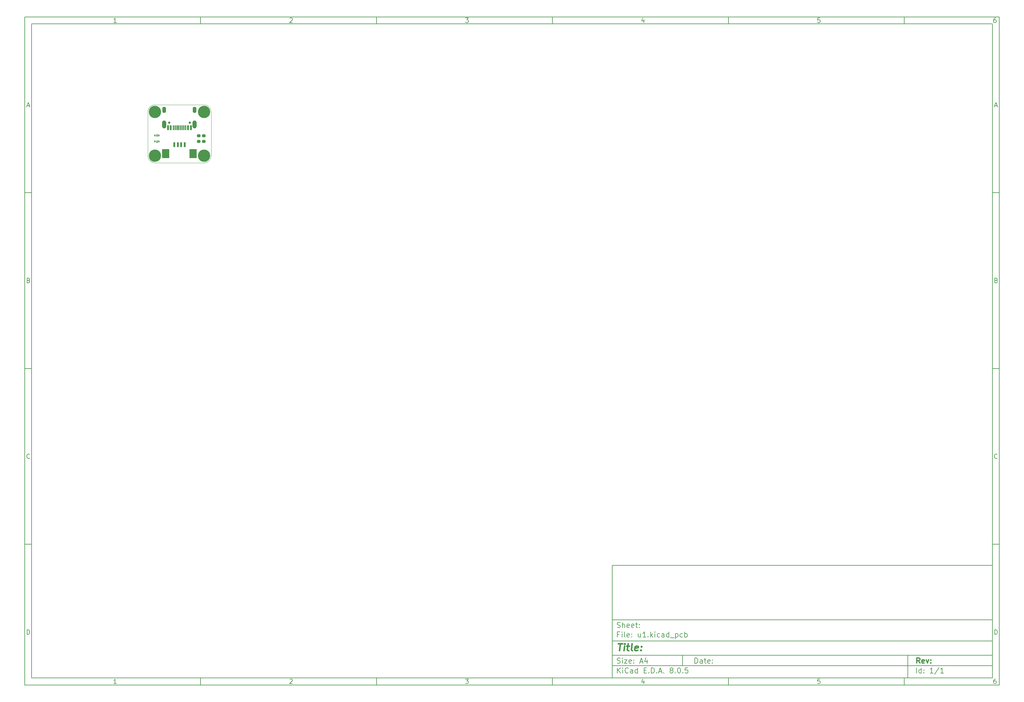
<source format=gts>
%TF.GenerationSoftware,KiCad,Pcbnew,8.0.5*%
%TF.CreationDate,2024-11-25T09:27:34+08:00*%
%TF.ProjectId,u1,75312e6b-6963-4616-945f-706362585858,rev?*%
%TF.SameCoordinates,PX2aea540PY2160ec0*%
%TF.FileFunction,Soldermask,Top*%
%TF.FilePolarity,Negative*%
%FSLAX46Y46*%
G04 Gerber Fmt 4.6, Leading zero omitted, Abs format (unit mm)*
G04 Created by KiCad (PCBNEW 8.0.5) date 2024-11-25 09:27:34*
%MOMM*%
%LPD*%
G01*
G04 APERTURE LIST*
G04 Aperture macros list*
%AMRoundRect*
0 Rectangle with rounded corners*
0 $1 Rounding radius*
0 $2 $3 $4 $5 $6 $7 $8 $9 X,Y pos of 4 corners*
0 Add a 4 corners polygon primitive as box body*
4,1,4,$2,$3,$4,$5,$6,$7,$8,$9,$2,$3,0*
0 Add four circle primitives for the rounded corners*
1,1,$1+$1,$2,$3*
1,1,$1+$1,$4,$5*
1,1,$1+$1,$6,$7*
1,1,$1+$1,$8,$9*
0 Add four rect primitives between the rounded corners*
20,1,$1+$1,$2,$3,$4,$5,0*
20,1,$1+$1,$4,$5,$6,$7,0*
20,1,$1+$1,$6,$7,$8,$9,0*
20,1,$1+$1,$8,$9,$2,$3,0*%
G04 Aperture macros list end*
%ADD10C,0.100000*%
%ADD11C,0.150000*%
%ADD12C,0.300000*%
%ADD13C,0.400000*%
%ADD14C,3.500000*%
%ADD15C,0.650000*%
%ADD16R,0.600000X1.450000*%
%ADD17R,0.300000X1.450000*%
%ADD18O,1.200000X2.300000*%
%ADD19O,1.100000X1.800000*%
%ADD20RoundRect,0.200000X0.275000X-0.200000X0.275000X0.200000X-0.275000X0.200000X-0.275000X-0.200000X0*%
%ADD21RoundRect,0.200000X-0.275000X0.200000X-0.275000X-0.200000X0.275000X-0.200000X0.275000X0.200000X0*%
%ADD22R,0.375000X0.500000*%
%ADD23R,0.300000X0.650000*%
%ADD24R,2.000000X2.500000*%
%ADD25R,0.500000X1.400000*%
%TA.AperFunction,Profile*%
%ADD26C,0.050000*%
%TD*%
G04 APERTURE END LIST*
D10*
D11*
X132002200Y-131007200D02*
X240002200Y-131007200D01*
X240002200Y-163007200D01*
X132002200Y-163007200D01*
X132002200Y-131007200D01*
D10*
D11*
X-35000000Y25000000D02*
X242002200Y25000000D01*
X242002200Y-165007200D01*
X-35000000Y-165007200D01*
X-35000000Y25000000D01*
D10*
D11*
X-33000000Y23000000D02*
X240002200Y23000000D01*
X240002200Y-163007200D01*
X-33000000Y-163007200D01*
X-33000000Y23000000D01*
D10*
D11*
X15000000Y23000000D02*
X15000000Y25000000D01*
D10*
D11*
X65000000Y23000000D02*
X65000000Y25000000D01*
D10*
D11*
X115000000Y23000000D02*
X115000000Y25000000D01*
D10*
D11*
X165000000Y23000000D02*
X165000000Y25000000D01*
D10*
D11*
X215000000Y23000000D02*
X215000000Y25000000D01*
D10*
D11*
X-8910840Y23406396D02*
X-9653697Y23406396D01*
X-9282269Y23406396D02*
X-9282269Y24706396D01*
X-9282269Y24706396D02*
X-9406078Y24520681D01*
X-9406078Y24520681D02*
X-9529888Y24396872D01*
X-9529888Y24396872D02*
X-9653697Y24334967D01*
D10*
D11*
X40346303Y24582586D02*
X40408207Y24644491D01*
X40408207Y24644491D02*
X40532017Y24706396D01*
X40532017Y24706396D02*
X40841541Y24706396D01*
X40841541Y24706396D02*
X40965350Y24644491D01*
X40965350Y24644491D02*
X41027255Y24582586D01*
X41027255Y24582586D02*
X41089160Y24458777D01*
X41089160Y24458777D02*
X41089160Y24334967D01*
X41089160Y24334967D02*
X41027255Y24149253D01*
X41027255Y24149253D02*
X40284398Y23406396D01*
X40284398Y23406396D02*
X41089160Y23406396D01*
D10*
D11*
X90284398Y24706396D02*
X91089160Y24706396D01*
X91089160Y24706396D02*
X90655826Y24211158D01*
X90655826Y24211158D02*
X90841541Y24211158D01*
X90841541Y24211158D02*
X90965350Y24149253D01*
X90965350Y24149253D02*
X91027255Y24087348D01*
X91027255Y24087348D02*
X91089160Y23963539D01*
X91089160Y23963539D02*
X91089160Y23654015D01*
X91089160Y23654015D02*
X91027255Y23530205D01*
X91027255Y23530205D02*
X90965350Y23468300D01*
X90965350Y23468300D02*
X90841541Y23406396D01*
X90841541Y23406396D02*
X90470112Y23406396D01*
X90470112Y23406396D02*
X90346303Y23468300D01*
X90346303Y23468300D02*
X90284398Y23530205D01*
D10*
D11*
X140965350Y24273062D02*
X140965350Y23406396D01*
X140655826Y24768300D02*
X140346303Y23839729D01*
X140346303Y23839729D02*
X141151064Y23839729D01*
D10*
D11*
X191027255Y24706396D02*
X190408207Y24706396D01*
X190408207Y24706396D02*
X190346303Y24087348D01*
X190346303Y24087348D02*
X190408207Y24149253D01*
X190408207Y24149253D02*
X190532017Y24211158D01*
X190532017Y24211158D02*
X190841541Y24211158D01*
X190841541Y24211158D02*
X190965350Y24149253D01*
X190965350Y24149253D02*
X191027255Y24087348D01*
X191027255Y24087348D02*
X191089160Y23963539D01*
X191089160Y23963539D02*
X191089160Y23654015D01*
X191089160Y23654015D02*
X191027255Y23530205D01*
X191027255Y23530205D02*
X190965350Y23468300D01*
X190965350Y23468300D02*
X190841541Y23406396D01*
X190841541Y23406396D02*
X190532017Y23406396D01*
X190532017Y23406396D02*
X190408207Y23468300D01*
X190408207Y23468300D02*
X190346303Y23530205D01*
D10*
D11*
X240965350Y24706396D02*
X240717731Y24706396D01*
X240717731Y24706396D02*
X240593922Y24644491D01*
X240593922Y24644491D02*
X240532017Y24582586D01*
X240532017Y24582586D02*
X240408207Y24396872D01*
X240408207Y24396872D02*
X240346303Y24149253D01*
X240346303Y24149253D02*
X240346303Y23654015D01*
X240346303Y23654015D02*
X240408207Y23530205D01*
X240408207Y23530205D02*
X240470112Y23468300D01*
X240470112Y23468300D02*
X240593922Y23406396D01*
X240593922Y23406396D02*
X240841541Y23406396D01*
X240841541Y23406396D02*
X240965350Y23468300D01*
X240965350Y23468300D02*
X241027255Y23530205D01*
X241027255Y23530205D02*
X241089160Y23654015D01*
X241089160Y23654015D02*
X241089160Y23963539D01*
X241089160Y23963539D02*
X241027255Y24087348D01*
X241027255Y24087348D02*
X240965350Y24149253D01*
X240965350Y24149253D02*
X240841541Y24211158D01*
X240841541Y24211158D02*
X240593922Y24211158D01*
X240593922Y24211158D02*
X240470112Y24149253D01*
X240470112Y24149253D02*
X240408207Y24087348D01*
X240408207Y24087348D02*
X240346303Y23963539D01*
D10*
D11*
X15000000Y-163007200D02*
X15000000Y-165007200D01*
D10*
D11*
X65000000Y-163007200D02*
X65000000Y-165007200D01*
D10*
D11*
X115000000Y-163007200D02*
X115000000Y-165007200D01*
D10*
D11*
X165000000Y-163007200D02*
X165000000Y-165007200D01*
D10*
D11*
X215000000Y-163007200D02*
X215000000Y-165007200D01*
D10*
D11*
X-8910840Y-164600804D02*
X-9653697Y-164600804D01*
X-9282269Y-164600804D02*
X-9282269Y-163300804D01*
X-9282269Y-163300804D02*
X-9406078Y-163486519D01*
X-9406078Y-163486519D02*
X-9529888Y-163610328D01*
X-9529888Y-163610328D02*
X-9653697Y-163672233D01*
D10*
D11*
X40346303Y-163424614D02*
X40408207Y-163362709D01*
X40408207Y-163362709D02*
X40532017Y-163300804D01*
X40532017Y-163300804D02*
X40841541Y-163300804D01*
X40841541Y-163300804D02*
X40965350Y-163362709D01*
X40965350Y-163362709D02*
X41027255Y-163424614D01*
X41027255Y-163424614D02*
X41089160Y-163548423D01*
X41089160Y-163548423D02*
X41089160Y-163672233D01*
X41089160Y-163672233D02*
X41027255Y-163857947D01*
X41027255Y-163857947D02*
X40284398Y-164600804D01*
X40284398Y-164600804D02*
X41089160Y-164600804D01*
D10*
D11*
X90284398Y-163300804D02*
X91089160Y-163300804D01*
X91089160Y-163300804D02*
X90655826Y-163796042D01*
X90655826Y-163796042D02*
X90841541Y-163796042D01*
X90841541Y-163796042D02*
X90965350Y-163857947D01*
X90965350Y-163857947D02*
X91027255Y-163919852D01*
X91027255Y-163919852D02*
X91089160Y-164043661D01*
X91089160Y-164043661D02*
X91089160Y-164353185D01*
X91089160Y-164353185D02*
X91027255Y-164476995D01*
X91027255Y-164476995D02*
X90965350Y-164538900D01*
X90965350Y-164538900D02*
X90841541Y-164600804D01*
X90841541Y-164600804D02*
X90470112Y-164600804D01*
X90470112Y-164600804D02*
X90346303Y-164538900D01*
X90346303Y-164538900D02*
X90284398Y-164476995D01*
D10*
D11*
X140965350Y-163734138D02*
X140965350Y-164600804D01*
X140655826Y-163238900D02*
X140346303Y-164167471D01*
X140346303Y-164167471D02*
X141151064Y-164167471D01*
D10*
D11*
X191027255Y-163300804D02*
X190408207Y-163300804D01*
X190408207Y-163300804D02*
X190346303Y-163919852D01*
X190346303Y-163919852D02*
X190408207Y-163857947D01*
X190408207Y-163857947D02*
X190532017Y-163796042D01*
X190532017Y-163796042D02*
X190841541Y-163796042D01*
X190841541Y-163796042D02*
X190965350Y-163857947D01*
X190965350Y-163857947D02*
X191027255Y-163919852D01*
X191027255Y-163919852D02*
X191089160Y-164043661D01*
X191089160Y-164043661D02*
X191089160Y-164353185D01*
X191089160Y-164353185D02*
X191027255Y-164476995D01*
X191027255Y-164476995D02*
X190965350Y-164538900D01*
X190965350Y-164538900D02*
X190841541Y-164600804D01*
X190841541Y-164600804D02*
X190532017Y-164600804D01*
X190532017Y-164600804D02*
X190408207Y-164538900D01*
X190408207Y-164538900D02*
X190346303Y-164476995D01*
D10*
D11*
X240965350Y-163300804D02*
X240717731Y-163300804D01*
X240717731Y-163300804D02*
X240593922Y-163362709D01*
X240593922Y-163362709D02*
X240532017Y-163424614D01*
X240532017Y-163424614D02*
X240408207Y-163610328D01*
X240408207Y-163610328D02*
X240346303Y-163857947D01*
X240346303Y-163857947D02*
X240346303Y-164353185D01*
X240346303Y-164353185D02*
X240408207Y-164476995D01*
X240408207Y-164476995D02*
X240470112Y-164538900D01*
X240470112Y-164538900D02*
X240593922Y-164600804D01*
X240593922Y-164600804D02*
X240841541Y-164600804D01*
X240841541Y-164600804D02*
X240965350Y-164538900D01*
X240965350Y-164538900D02*
X241027255Y-164476995D01*
X241027255Y-164476995D02*
X241089160Y-164353185D01*
X241089160Y-164353185D02*
X241089160Y-164043661D01*
X241089160Y-164043661D02*
X241027255Y-163919852D01*
X241027255Y-163919852D02*
X240965350Y-163857947D01*
X240965350Y-163857947D02*
X240841541Y-163796042D01*
X240841541Y-163796042D02*
X240593922Y-163796042D01*
X240593922Y-163796042D02*
X240470112Y-163857947D01*
X240470112Y-163857947D02*
X240408207Y-163919852D01*
X240408207Y-163919852D02*
X240346303Y-164043661D01*
D10*
D11*
X-35000000Y-25000000D02*
X-33000000Y-25000000D01*
D10*
D11*
X-35000000Y-75000000D02*
X-33000000Y-75000000D01*
D10*
D11*
X-35000000Y-125000000D02*
X-33000000Y-125000000D01*
D10*
D11*
X-34309524Y-222176D02*
X-33690477Y-222176D01*
X-34433334Y-593604D02*
X-34000001Y706396D01*
X-34000001Y706396D02*
X-33566667Y-593604D01*
D10*
D11*
X-33907143Y-49912652D02*
X-33721429Y-49974557D01*
X-33721429Y-49974557D02*
X-33659524Y-50036461D01*
X-33659524Y-50036461D02*
X-33597620Y-50160271D01*
X-33597620Y-50160271D02*
X-33597620Y-50345985D01*
X-33597620Y-50345985D02*
X-33659524Y-50469795D01*
X-33659524Y-50469795D02*
X-33721429Y-50531700D01*
X-33721429Y-50531700D02*
X-33845239Y-50593604D01*
X-33845239Y-50593604D02*
X-34340477Y-50593604D01*
X-34340477Y-50593604D02*
X-34340477Y-49293604D01*
X-34340477Y-49293604D02*
X-33907143Y-49293604D01*
X-33907143Y-49293604D02*
X-33783334Y-49355509D01*
X-33783334Y-49355509D02*
X-33721429Y-49417414D01*
X-33721429Y-49417414D02*
X-33659524Y-49541223D01*
X-33659524Y-49541223D02*
X-33659524Y-49665033D01*
X-33659524Y-49665033D02*
X-33721429Y-49788842D01*
X-33721429Y-49788842D02*
X-33783334Y-49850747D01*
X-33783334Y-49850747D02*
X-33907143Y-49912652D01*
X-33907143Y-49912652D02*
X-34340477Y-49912652D01*
D10*
D11*
X-33597620Y-100469795D02*
X-33659524Y-100531700D01*
X-33659524Y-100531700D02*
X-33845239Y-100593604D01*
X-33845239Y-100593604D02*
X-33969048Y-100593604D01*
X-33969048Y-100593604D02*
X-34154762Y-100531700D01*
X-34154762Y-100531700D02*
X-34278572Y-100407890D01*
X-34278572Y-100407890D02*
X-34340477Y-100284080D01*
X-34340477Y-100284080D02*
X-34402381Y-100036461D01*
X-34402381Y-100036461D02*
X-34402381Y-99850747D01*
X-34402381Y-99850747D02*
X-34340477Y-99603128D01*
X-34340477Y-99603128D02*
X-34278572Y-99479319D01*
X-34278572Y-99479319D02*
X-34154762Y-99355509D01*
X-34154762Y-99355509D02*
X-33969048Y-99293604D01*
X-33969048Y-99293604D02*
X-33845239Y-99293604D01*
X-33845239Y-99293604D02*
X-33659524Y-99355509D01*
X-33659524Y-99355509D02*
X-33597620Y-99417414D01*
D10*
D11*
X-34340477Y-150593604D02*
X-34340477Y-149293604D01*
X-34340477Y-149293604D02*
X-34030953Y-149293604D01*
X-34030953Y-149293604D02*
X-33845239Y-149355509D01*
X-33845239Y-149355509D02*
X-33721429Y-149479319D01*
X-33721429Y-149479319D02*
X-33659524Y-149603128D01*
X-33659524Y-149603128D02*
X-33597620Y-149850747D01*
X-33597620Y-149850747D02*
X-33597620Y-150036461D01*
X-33597620Y-150036461D02*
X-33659524Y-150284080D01*
X-33659524Y-150284080D02*
X-33721429Y-150407890D01*
X-33721429Y-150407890D02*
X-33845239Y-150531700D01*
X-33845239Y-150531700D02*
X-34030953Y-150593604D01*
X-34030953Y-150593604D02*
X-34340477Y-150593604D01*
D10*
D11*
X242002200Y-25000000D02*
X240002200Y-25000000D01*
D10*
D11*
X242002200Y-75000000D02*
X240002200Y-75000000D01*
D10*
D11*
X242002200Y-125000000D02*
X240002200Y-125000000D01*
D10*
D11*
X240692676Y-222176D02*
X241311723Y-222176D01*
X240568866Y-593604D02*
X241002199Y706396D01*
X241002199Y706396D02*
X241435533Y-593604D01*
D10*
D11*
X241095057Y-49912652D02*
X241280771Y-49974557D01*
X241280771Y-49974557D02*
X241342676Y-50036461D01*
X241342676Y-50036461D02*
X241404580Y-50160271D01*
X241404580Y-50160271D02*
X241404580Y-50345985D01*
X241404580Y-50345985D02*
X241342676Y-50469795D01*
X241342676Y-50469795D02*
X241280771Y-50531700D01*
X241280771Y-50531700D02*
X241156961Y-50593604D01*
X241156961Y-50593604D02*
X240661723Y-50593604D01*
X240661723Y-50593604D02*
X240661723Y-49293604D01*
X240661723Y-49293604D02*
X241095057Y-49293604D01*
X241095057Y-49293604D02*
X241218866Y-49355509D01*
X241218866Y-49355509D02*
X241280771Y-49417414D01*
X241280771Y-49417414D02*
X241342676Y-49541223D01*
X241342676Y-49541223D02*
X241342676Y-49665033D01*
X241342676Y-49665033D02*
X241280771Y-49788842D01*
X241280771Y-49788842D02*
X241218866Y-49850747D01*
X241218866Y-49850747D02*
X241095057Y-49912652D01*
X241095057Y-49912652D02*
X240661723Y-49912652D01*
D10*
D11*
X241404580Y-100469795D02*
X241342676Y-100531700D01*
X241342676Y-100531700D02*
X241156961Y-100593604D01*
X241156961Y-100593604D02*
X241033152Y-100593604D01*
X241033152Y-100593604D02*
X240847438Y-100531700D01*
X240847438Y-100531700D02*
X240723628Y-100407890D01*
X240723628Y-100407890D02*
X240661723Y-100284080D01*
X240661723Y-100284080D02*
X240599819Y-100036461D01*
X240599819Y-100036461D02*
X240599819Y-99850747D01*
X240599819Y-99850747D02*
X240661723Y-99603128D01*
X240661723Y-99603128D02*
X240723628Y-99479319D01*
X240723628Y-99479319D02*
X240847438Y-99355509D01*
X240847438Y-99355509D02*
X241033152Y-99293604D01*
X241033152Y-99293604D02*
X241156961Y-99293604D01*
X241156961Y-99293604D02*
X241342676Y-99355509D01*
X241342676Y-99355509D02*
X241404580Y-99417414D01*
D10*
D11*
X240661723Y-150593604D02*
X240661723Y-149293604D01*
X240661723Y-149293604D02*
X240971247Y-149293604D01*
X240971247Y-149293604D02*
X241156961Y-149355509D01*
X241156961Y-149355509D02*
X241280771Y-149479319D01*
X241280771Y-149479319D02*
X241342676Y-149603128D01*
X241342676Y-149603128D02*
X241404580Y-149850747D01*
X241404580Y-149850747D02*
X241404580Y-150036461D01*
X241404580Y-150036461D02*
X241342676Y-150284080D01*
X241342676Y-150284080D02*
X241280771Y-150407890D01*
X241280771Y-150407890D02*
X241156961Y-150531700D01*
X241156961Y-150531700D02*
X240971247Y-150593604D01*
X240971247Y-150593604D02*
X240661723Y-150593604D01*
D10*
D11*
X155458026Y-158793328D02*
X155458026Y-157293328D01*
X155458026Y-157293328D02*
X155815169Y-157293328D01*
X155815169Y-157293328D02*
X156029455Y-157364757D01*
X156029455Y-157364757D02*
X156172312Y-157507614D01*
X156172312Y-157507614D02*
X156243741Y-157650471D01*
X156243741Y-157650471D02*
X156315169Y-157936185D01*
X156315169Y-157936185D02*
X156315169Y-158150471D01*
X156315169Y-158150471D02*
X156243741Y-158436185D01*
X156243741Y-158436185D02*
X156172312Y-158579042D01*
X156172312Y-158579042D02*
X156029455Y-158721900D01*
X156029455Y-158721900D02*
X155815169Y-158793328D01*
X155815169Y-158793328D02*
X155458026Y-158793328D01*
X157600884Y-158793328D02*
X157600884Y-158007614D01*
X157600884Y-158007614D02*
X157529455Y-157864757D01*
X157529455Y-157864757D02*
X157386598Y-157793328D01*
X157386598Y-157793328D02*
X157100884Y-157793328D01*
X157100884Y-157793328D02*
X156958026Y-157864757D01*
X157600884Y-158721900D02*
X157458026Y-158793328D01*
X157458026Y-158793328D02*
X157100884Y-158793328D01*
X157100884Y-158793328D02*
X156958026Y-158721900D01*
X156958026Y-158721900D02*
X156886598Y-158579042D01*
X156886598Y-158579042D02*
X156886598Y-158436185D01*
X156886598Y-158436185D02*
X156958026Y-158293328D01*
X156958026Y-158293328D02*
X157100884Y-158221900D01*
X157100884Y-158221900D02*
X157458026Y-158221900D01*
X157458026Y-158221900D02*
X157600884Y-158150471D01*
X158100884Y-157793328D02*
X158672312Y-157793328D01*
X158315169Y-157293328D02*
X158315169Y-158579042D01*
X158315169Y-158579042D02*
X158386598Y-158721900D01*
X158386598Y-158721900D02*
X158529455Y-158793328D01*
X158529455Y-158793328D02*
X158672312Y-158793328D01*
X159743741Y-158721900D02*
X159600884Y-158793328D01*
X159600884Y-158793328D02*
X159315170Y-158793328D01*
X159315170Y-158793328D02*
X159172312Y-158721900D01*
X159172312Y-158721900D02*
X159100884Y-158579042D01*
X159100884Y-158579042D02*
X159100884Y-158007614D01*
X159100884Y-158007614D02*
X159172312Y-157864757D01*
X159172312Y-157864757D02*
X159315170Y-157793328D01*
X159315170Y-157793328D02*
X159600884Y-157793328D01*
X159600884Y-157793328D02*
X159743741Y-157864757D01*
X159743741Y-157864757D02*
X159815170Y-158007614D01*
X159815170Y-158007614D02*
X159815170Y-158150471D01*
X159815170Y-158150471D02*
X159100884Y-158293328D01*
X160458026Y-158650471D02*
X160529455Y-158721900D01*
X160529455Y-158721900D02*
X160458026Y-158793328D01*
X160458026Y-158793328D02*
X160386598Y-158721900D01*
X160386598Y-158721900D02*
X160458026Y-158650471D01*
X160458026Y-158650471D02*
X160458026Y-158793328D01*
X160458026Y-157864757D02*
X160529455Y-157936185D01*
X160529455Y-157936185D02*
X160458026Y-158007614D01*
X160458026Y-158007614D02*
X160386598Y-157936185D01*
X160386598Y-157936185D02*
X160458026Y-157864757D01*
X160458026Y-157864757D02*
X160458026Y-158007614D01*
D10*
D11*
X132002200Y-159507200D02*
X240002200Y-159507200D01*
D10*
D11*
X133458026Y-161593328D02*
X133458026Y-160093328D01*
X134315169Y-161593328D02*
X133672312Y-160736185D01*
X134315169Y-160093328D02*
X133458026Y-160950471D01*
X134958026Y-161593328D02*
X134958026Y-160593328D01*
X134958026Y-160093328D02*
X134886598Y-160164757D01*
X134886598Y-160164757D02*
X134958026Y-160236185D01*
X134958026Y-160236185D02*
X135029455Y-160164757D01*
X135029455Y-160164757D02*
X134958026Y-160093328D01*
X134958026Y-160093328D02*
X134958026Y-160236185D01*
X136529455Y-161450471D02*
X136458027Y-161521900D01*
X136458027Y-161521900D02*
X136243741Y-161593328D01*
X136243741Y-161593328D02*
X136100884Y-161593328D01*
X136100884Y-161593328D02*
X135886598Y-161521900D01*
X135886598Y-161521900D02*
X135743741Y-161379042D01*
X135743741Y-161379042D02*
X135672312Y-161236185D01*
X135672312Y-161236185D02*
X135600884Y-160950471D01*
X135600884Y-160950471D02*
X135600884Y-160736185D01*
X135600884Y-160736185D02*
X135672312Y-160450471D01*
X135672312Y-160450471D02*
X135743741Y-160307614D01*
X135743741Y-160307614D02*
X135886598Y-160164757D01*
X135886598Y-160164757D02*
X136100884Y-160093328D01*
X136100884Y-160093328D02*
X136243741Y-160093328D01*
X136243741Y-160093328D02*
X136458027Y-160164757D01*
X136458027Y-160164757D02*
X136529455Y-160236185D01*
X137815170Y-161593328D02*
X137815170Y-160807614D01*
X137815170Y-160807614D02*
X137743741Y-160664757D01*
X137743741Y-160664757D02*
X137600884Y-160593328D01*
X137600884Y-160593328D02*
X137315170Y-160593328D01*
X137315170Y-160593328D02*
X137172312Y-160664757D01*
X137815170Y-161521900D02*
X137672312Y-161593328D01*
X137672312Y-161593328D02*
X137315170Y-161593328D01*
X137315170Y-161593328D02*
X137172312Y-161521900D01*
X137172312Y-161521900D02*
X137100884Y-161379042D01*
X137100884Y-161379042D02*
X137100884Y-161236185D01*
X137100884Y-161236185D02*
X137172312Y-161093328D01*
X137172312Y-161093328D02*
X137315170Y-161021900D01*
X137315170Y-161021900D02*
X137672312Y-161021900D01*
X137672312Y-161021900D02*
X137815170Y-160950471D01*
X139172313Y-161593328D02*
X139172313Y-160093328D01*
X139172313Y-161521900D02*
X139029455Y-161593328D01*
X139029455Y-161593328D02*
X138743741Y-161593328D01*
X138743741Y-161593328D02*
X138600884Y-161521900D01*
X138600884Y-161521900D02*
X138529455Y-161450471D01*
X138529455Y-161450471D02*
X138458027Y-161307614D01*
X138458027Y-161307614D02*
X138458027Y-160879042D01*
X138458027Y-160879042D02*
X138529455Y-160736185D01*
X138529455Y-160736185D02*
X138600884Y-160664757D01*
X138600884Y-160664757D02*
X138743741Y-160593328D01*
X138743741Y-160593328D02*
X139029455Y-160593328D01*
X139029455Y-160593328D02*
X139172313Y-160664757D01*
X141029455Y-160807614D02*
X141529455Y-160807614D01*
X141743741Y-161593328D02*
X141029455Y-161593328D01*
X141029455Y-161593328D02*
X141029455Y-160093328D01*
X141029455Y-160093328D02*
X141743741Y-160093328D01*
X142386598Y-161450471D02*
X142458027Y-161521900D01*
X142458027Y-161521900D02*
X142386598Y-161593328D01*
X142386598Y-161593328D02*
X142315170Y-161521900D01*
X142315170Y-161521900D02*
X142386598Y-161450471D01*
X142386598Y-161450471D02*
X142386598Y-161593328D01*
X143100884Y-161593328D02*
X143100884Y-160093328D01*
X143100884Y-160093328D02*
X143458027Y-160093328D01*
X143458027Y-160093328D02*
X143672313Y-160164757D01*
X143672313Y-160164757D02*
X143815170Y-160307614D01*
X143815170Y-160307614D02*
X143886599Y-160450471D01*
X143886599Y-160450471D02*
X143958027Y-160736185D01*
X143958027Y-160736185D02*
X143958027Y-160950471D01*
X143958027Y-160950471D02*
X143886599Y-161236185D01*
X143886599Y-161236185D02*
X143815170Y-161379042D01*
X143815170Y-161379042D02*
X143672313Y-161521900D01*
X143672313Y-161521900D02*
X143458027Y-161593328D01*
X143458027Y-161593328D02*
X143100884Y-161593328D01*
X144600884Y-161450471D02*
X144672313Y-161521900D01*
X144672313Y-161521900D02*
X144600884Y-161593328D01*
X144600884Y-161593328D02*
X144529456Y-161521900D01*
X144529456Y-161521900D02*
X144600884Y-161450471D01*
X144600884Y-161450471D02*
X144600884Y-161593328D01*
X145243742Y-161164757D02*
X145958028Y-161164757D01*
X145100885Y-161593328D02*
X145600885Y-160093328D01*
X145600885Y-160093328D02*
X146100885Y-161593328D01*
X146600884Y-161450471D02*
X146672313Y-161521900D01*
X146672313Y-161521900D02*
X146600884Y-161593328D01*
X146600884Y-161593328D02*
X146529456Y-161521900D01*
X146529456Y-161521900D02*
X146600884Y-161450471D01*
X146600884Y-161450471D02*
X146600884Y-161593328D01*
X148672313Y-160736185D02*
X148529456Y-160664757D01*
X148529456Y-160664757D02*
X148458027Y-160593328D01*
X148458027Y-160593328D02*
X148386599Y-160450471D01*
X148386599Y-160450471D02*
X148386599Y-160379042D01*
X148386599Y-160379042D02*
X148458027Y-160236185D01*
X148458027Y-160236185D02*
X148529456Y-160164757D01*
X148529456Y-160164757D02*
X148672313Y-160093328D01*
X148672313Y-160093328D02*
X148958027Y-160093328D01*
X148958027Y-160093328D02*
X149100885Y-160164757D01*
X149100885Y-160164757D02*
X149172313Y-160236185D01*
X149172313Y-160236185D02*
X149243742Y-160379042D01*
X149243742Y-160379042D02*
X149243742Y-160450471D01*
X149243742Y-160450471D02*
X149172313Y-160593328D01*
X149172313Y-160593328D02*
X149100885Y-160664757D01*
X149100885Y-160664757D02*
X148958027Y-160736185D01*
X148958027Y-160736185D02*
X148672313Y-160736185D01*
X148672313Y-160736185D02*
X148529456Y-160807614D01*
X148529456Y-160807614D02*
X148458027Y-160879042D01*
X148458027Y-160879042D02*
X148386599Y-161021900D01*
X148386599Y-161021900D02*
X148386599Y-161307614D01*
X148386599Y-161307614D02*
X148458027Y-161450471D01*
X148458027Y-161450471D02*
X148529456Y-161521900D01*
X148529456Y-161521900D02*
X148672313Y-161593328D01*
X148672313Y-161593328D02*
X148958027Y-161593328D01*
X148958027Y-161593328D02*
X149100885Y-161521900D01*
X149100885Y-161521900D02*
X149172313Y-161450471D01*
X149172313Y-161450471D02*
X149243742Y-161307614D01*
X149243742Y-161307614D02*
X149243742Y-161021900D01*
X149243742Y-161021900D02*
X149172313Y-160879042D01*
X149172313Y-160879042D02*
X149100885Y-160807614D01*
X149100885Y-160807614D02*
X148958027Y-160736185D01*
X149886598Y-161450471D02*
X149958027Y-161521900D01*
X149958027Y-161521900D02*
X149886598Y-161593328D01*
X149886598Y-161593328D02*
X149815170Y-161521900D01*
X149815170Y-161521900D02*
X149886598Y-161450471D01*
X149886598Y-161450471D02*
X149886598Y-161593328D01*
X150886599Y-160093328D02*
X151029456Y-160093328D01*
X151029456Y-160093328D02*
X151172313Y-160164757D01*
X151172313Y-160164757D02*
X151243742Y-160236185D01*
X151243742Y-160236185D02*
X151315170Y-160379042D01*
X151315170Y-160379042D02*
X151386599Y-160664757D01*
X151386599Y-160664757D02*
X151386599Y-161021900D01*
X151386599Y-161021900D02*
X151315170Y-161307614D01*
X151315170Y-161307614D02*
X151243742Y-161450471D01*
X151243742Y-161450471D02*
X151172313Y-161521900D01*
X151172313Y-161521900D02*
X151029456Y-161593328D01*
X151029456Y-161593328D02*
X150886599Y-161593328D01*
X150886599Y-161593328D02*
X150743742Y-161521900D01*
X150743742Y-161521900D02*
X150672313Y-161450471D01*
X150672313Y-161450471D02*
X150600884Y-161307614D01*
X150600884Y-161307614D02*
X150529456Y-161021900D01*
X150529456Y-161021900D02*
X150529456Y-160664757D01*
X150529456Y-160664757D02*
X150600884Y-160379042D01*
X150600884Y-160379042D02*
X150672313Y-160236185D01*
X150672313Y-160236185D02*
X150743742Y-160164757D01*
X150743742Y-160164757D02*
X150886599Y-160093328D01*
X152029455Y-161450471D02*
X152100884Y-161521900D01*
X152100884Y-161521900D02*
X152029455Y-161593328D01*
X152029455Y-161593328D02*
X151958027Y-161521900D01*
X151958027Y-161521900D02*
X152029455Y-161450471D01*
X152029455Y-161450471D02*
X152029455Y-161593328D01*
X153458027Y-160093328D02*
X152743741Y-160093328D01*
X152743741Y-160093328D02*
X152672313Y-160807614D01*
X152672313Y-160807614D02*
X152743741Y-160736185D01*
X152743741Y-160736185D02*
X152886599Y-160664757D01*
X152886599Y-160664757D02*
X153243741Y-160664757D01*
X153243741Y-160664757D02*
X153386599Y-160736185D01*
X153386599Y-160736185D02*
X153458027Y-160807614D01*
X153458027Y-160807614D02*
X153529456Y-160950471D01*
X153529456Y-160950471D02*
X153529456Y-161307614D01*
X153529456Y-161307614D02*
X153458027Y-161450471D01*
X153458027Y-161450471D02*
X153386599Y-161521900D01*
X153386599Y-161521900D02*
X153243741Y-161593328D01*
X153243741Y-161593328D02*
X152886599Y-161593328D01*
X152886599Y-161593328D02*
X152743741Y-161521900D01*
X152743741Y-161521900D02*
X152672313Y-161450471D01*
D10*
D11*
X132002200Y-156507200D02*
X240002200Y-156507200D01*
D10*
D12*
X219413853Y-158785528D02*
X218913853Y-158071242D01*
X218556710Y-158785528D02*
X218556710Y-157285528D01*
X218556710Y-157285528D02*
X219128139Y-157285528D01*
X219128139Y-157285528D02*
X219270996Y-157356957D01*
X219270996Y-157356957D02*
X219342425Y-157428385D01*
X219342425Y-157428385D02*
X219413853Y-157571242D01*
X219413853Y-157571242D02*
X219413853Y-157785528D01*
X219413853Y-157785528D02*
X219342425Y-157928385D01*
X219342425Y-157928385D02*
X219270996Y-157999814D01*
X219270996Y-157999814D02*
X219128139Y-158071242D01*
X219128139Y-158071242D02*
X218556710Y-158071242D01*
X220628139Y-158714100D02*
X220485282Y-158785528D01*
X220485282Y-158785528D02*
X220199568Y-158785528D01*
X220199568Y-158785528D02*
X220056710Y-158714100D01*
X220056710Y-158714100D02*
X219985282Y-158571242D01*
X219985282Y-158571242D02*
X219985282Y-157999814D01*
X219985282Y-157999814D02*
X220056710Y-157856957D01*
X220056710Y-157856957D02*
X220199568Y-157785528D01*
X220199568Y-157785528D02*
X220485282Y-157785528D01*
X220485282Y-157785528D02*
X220628139Y-157856957D01*
X220628139Y-157856957D02*
X220699568Y-157999814D01*
X220699568Y-157999814D02*
X220699568Y-158142671D01*
X220699568Y-158142671D02*
X219985282Y-158285528D01*
X221199567Y-157785528D02*
X221556710Y-158785528D01*
X221556710Y-158785528D02*
X221913853Y-157785528D01*
X222485281Y-158642671D02*
X222556710Y-158714100D01*
X222556710Y-158714100D02*
X222485281Y-158785528D01*
X222485281Y-158785528D02*
X222413853Y-158714100D01*
X222413853Y-158714100D02*
X222485281Y-158642671D01*
X222485281Y-158642671D02*
X222485281Y-158785528D01*
X222485281Y-157856957D02*
X222556710Y-157928385D01*
X222556710Y-157928385D02*
X222485281Y-157999814D01*
X222485281Y-157999814D02*
X222413853Y-157928385D01*
X222413853Y-157928385D02*
X222485281Y-157856957D01*
X222485281Y-157856957D02*
X222485281Y-157999814D01*
D10*
D11*
X133386598Y-158721900D02*
X133600884Y-158793328D01*
X133600884Y-158793328D02*
X133958026Y-158793328D01*
X133958026Y-158793328D02*
X134100884Y-158721900D01*
X134100884Y-158721900D02*
X134172312Y-158650471D01*
X134172312Y-158650471D02*
X134243741Y-158507614D01*
X134243741Y-158507614D02*
X134243741Y-158364757D01*
X134243741Y-158364757D02*
X134172312Y-158221900D01*
X134172312Y-158221900D02*
X134100884Y-158150471D01*
X134100884Y-158150471D02*
X133958026Y-158079042D01*
X133958026Y-158079042D02*
X133672312Y-158007614D01*
X133672312Y-158007614D02*
X133529455Y-157936185D01*
X133529455Y-157936185D02*
X133458026Y-157864757D01*
X133458026Y-157864757D02*
X133386598Y-157721900D01*
X133386598Y-157721900D02*
X133386598Y-157579042D01*
X133386598Y-157579042D02*
X133458026Y-157436185D01*
X133458026Y-157436185D02*
X133529455Y-157364757D01*
X133529455Y-157364757D02*
X133672312Y-157293328D01*
X133672312Y-157293328D02*
X134029455Y-157293328D01*
X134029455Y-157293328D02*
X134243741Y-157364757D01*
X134886597Y-158793328D02*
X134886597Y-157793328D01*
X134886597Y-157293328D02*
X134815169Y-157364757D01*
X134815169Y-157364757D02*
X134886597Y-157436185D01*
X134886597Y-157436185D02*
X134958026Y-157364757D01*
X134958026Y-157364757D02*
X134886597Y-157293328D01*
X134886597Y-157293328D02*
X134886597Y-157436185D01*
X135458026Y-157793328D02*
X136243741Y-157793328D01*
X136243741Y-157793328D02*
X135458026Y-158793328D01*
X135458026Y-158793328D02*
X136243741Y-158793328D01*
X137386598Y-158721900D02*
X137243741Y-158793328D01*
X137243741Y-158793328D02*
X136958027Y-158793328D01*
X136958027Y-158793328D02*
X136815169Y-158721900D01*
X136815169Y-158721900D02*
X136743741Y-158579042D01*
X136743741Y-158579042D02*
X136743741Y-158007614D01*
X136743741Y-158007614D02*
X136815169Y-157864757D01*
X136815169Y-157864757D02*
X136958027Y-157793328D01*
X136958027Y-157793328D02*
X137243741Y-157793328D01*
X137243741Y-157793328D02*
X137386598Y-157864757D01*
X137386598Y-157864757D02*
X137458027Y-158007614D01*
X137458027Y-158007614D02*
X137458027Y-158150471D01*
X137458027Y-158150471D02*
X136743741Y-158293328D01*
X138100883Y-158650471D02*
X138172312Y-158721900D01*
X138172312Y-158721900D02*
X138100883Y-158793328D01*
X138100883Y-158793328D02*
X138029455Y-158721900D01*
X138029455Y-158721900D02*
X138100883Y-158650471D01*
X138100883Y-158650471D02*
X138100883Y-158793328D01*
X138100883Y-157864757D02*
X138172312Y-157936185D01*
X138172312Y-157936185D02*
X138100883Y-158007614D01*
X138100883Y-158007614D02*
X138029455Y-157936185D01*
X138029455Y-157936185D02*
X138100883Y-157864757D01*
X138100883Y-157864757D02*
X138100883Y-158007614D01*
X139886598Y-158364757D02*
X140600884Y-158364757D01*
X139743741Y-158793328D02*
X140243741Y-157293328D01*
X140243741Y-157293328D02*
X140743741Y-158793328D01*
X141886598Y-157793328D02*
X141886598Y-158793328D01*
X141529455Y-157221900D02*
X141172312Y-158293328D01*
X141172312Y-158293328D02*
X142100883Y-158293328D01*
D10*
D11*
X218458026Y-161593328D02*
X218458026Y-160093328D01*
X219815170Y-161593328D02*
X219815170Y-160093328D01*
X219815170Y-161521900D02*
X219672312Y-161593328D01*
X219672312Y-161593328D02*
X219386598Y-161593328D01*
X219386598Y-161593328D02*
X219243741Y-161521900D01*
X219243741Y-161521900D02*
X219172312Y-161450471D01*
X219172312Y-161450471D02*
X219100884Y-161307614D01*
X219100884Y-161307614D02*
X219100884Y-160879042D01*
X219100884Y-160879042D02*
X219172312Y-160736185D01*
X219172312Y-160736185D02*
X219243741Y-160664757D01*
X219243741Y-160664757D02*
X219386598Y-160593328D01*
X219386598Y-160593328D02*
X219672312Y-160593328D01*
X219672312Y-160593328D02*
X219815170Y-160664757D01*
X220529455Y-161450471D02*
X220600884Y-161521900D01*
X220600884Y-161521900D02*
X220529455Y-161593328D01*
X220529455Y-161593328D02*
X220458027Y-161521900D01*
X220458027Y-161521900D02*
X220529455Y-161450471D01*
X220529455Y-161450471D02*
X220529455Y-161593328D01*
X220529455Y-160664757D02*
X220600884Y-160736185D01*
X220600884Y-160736185D02*
X220529455Y-160807614D01*
X220529455Y-160807614D02*
X220458027Y-160736185D01*
X220458027Y-160736185D02*
X220529455Y-160664757D01*
X220529455Y-160664757D02*
X220529455Y-160807614D01*
X223172313Y-161593328D02*
X222315170Y-161593328D01*
X222743741Y-161593328D02*
X222743741Y-160093328D01*
X222743741Y-160093328D02*
X222600884Y-160307614D01*
X222600884Y-160307614D02*
X222458027Y-160450471D01*
X222458027Y-160450471D02*
X222315170Y-160521900D01*
X224886598Y-160021900D02*
X223600884Y-161950471D01*
X226172313Y-161593328D02*
X225315170Y-161593328D01*
X225743741Y-161593328D02*
X225743741Y-160093328D01*
X225743741Y-160093328D02*
X225600884Y-160307614D01*
X225600884Y-160307614D02*
X225458027Y-160450471D01*
X225458027Y-160450471D02*
X225315170Y-160521900D01*
D10*
D11*
X132002200Y-152507200D02*
X240002200Y-152507200D01*
D10*
D13*
X133693928Y-153211638D02*
X134836785Y-153211638D01*
X134015357Y-155211638D02*
X134265357Y-153211638D01*
X135253452Y-155211638D02*
X135420119Y-153878304D01*
X135503452Y-153211638D02*
X135396309Y-153306876D01*
X135396309Y-153306876D02*
X135479643Y-153402114D01*
X135479643Y-153402114D02*
X135586786Y-153306876D01*
X135586786Y-153306876D02*
X135503452Y-153211638D01*
X135503452Y-153211638D02*
X135479643Y-153402114D01*
X136086786Y-153878304D02*
X136848690Y-153878304D01*
X136455833Y-153211638D02*
X136241548Y-154925923D01*
X136241548Y-154925923D02*
X136312976Y-155116400D01*
X136312976Y-155116400D02*
X136491548Y-155211638D01*
X136491548Y-155211638D02*
X136682024Y-155211638D01*
X137634405Y-155211638D02*
X137455833Y-155116400D01*
X137455833Y-155116400D02*
X137384405Y-154925923D01*
X137384405Y-154925923D02*
X137598690Y-153211638D01*
X139170119Y-155116400D02*
X138967738Y-155211638D01*
X138967738Y-155211638D02*
X138586785Y-155211638D01*
X138586785Y-155211638D02*
X138408214Y-155116400D01*
X138408214Y-155116400D02*
X138336785Y-154925923D01*
X138336785Y-154925923D02*
X138432024Y-154164019D01*
X138432024Y-154164019D02*
X138551071Y-153973542D01*
X138551071Y-153973542D02*
X138753452Y-153878304D01*
X138753452Y-153878304D02*
X139134404Y-153878304D01*
X139134404Y-153878304D02*
X139312976Y-153973542D01*
X139312976Y-153973542D02*
X139384404Y-154164019D01*
X139384404Y-154164019D02*
X139360595Y-154354495D01*
X139360595Y-154354495D02*
X138384404Y-154544971D01*
X140134405Y-155021161D02*
X140217738Y-155116400D01*
X140217738Y-155116400D02*
X140110595Y-155211638D01*
X140110595Y-155211638D02*
X140027262Y-155116400D01*
X140027262Y-155116400D02*
X140134405Y-155021161D01*
X140134405Y-155021161D02*
X140110595Y-155211638D01*
X140265357Y-153973542D02*
X140348690Y-154068780D01*
X140348690Y-154068780D02*
X140241548Y-154164019D01*
X140241548Y-154164019D02*
X140158214Y-154068780D01*
X140158214Y-154068780D02*
X140265357Y-153973542D01*
X140265357Y-153973542D02*
X140241548Y-154164019D01*
D10*
D11*
X133958026Y-150607614D02*
X133458026Y-150607614D01*
X133458026Y-151393328D02*
X133458026Y-149893328D01*
X133458026Y-149893328D02*
X134172312Y-149893328D01*
X134743740Y-151393328D02*
X134743740Y-150393328D01*
X134743740Y-149893328D02*
X134672312Y-149964757D01*
X134672312Y-149964757D02*
X134743740Y-150036185D01*
X134743740Y-150036185D02*
X134815169Y-149964757D01*
X134815169Y-149964757D02*
X134743740Y-149893328D01*
X134743740Y-149893328D02*
X134743740Y-150036185D01*
X135672312Y-151393328D02*
X135529455Y-151321900D01*
X135529455Y-151321900D02*
X135458026Y-151179042D01*
X135458026Y-151179042D02*
X135458026Y-149893328D01*
X136815169Y-151321900D02*
X136672312Y-151393328D01*
X136672312Y-151393328D02*
X136386598Y-151393328D01*
X136386598Y-151393328D02*
X136243740Y-151321900D01*
X136243740Y-151321900D02*
X136172312Y-151179042D01*
X136172312Y-151179042D02*
X136172312Y-150607614D01*
X136172312Y-150607614D02*
X136243740Y-150464757D01*
X136243740Y-150464757D02*
X136386598Y-150393328D01*
X136386598Y-150393328D02*
X136672312Y-150393328D01*
X136672312Y-150393328D02*
X136815169Y-150464757D01*
X136815169Y-150464757D02*
X136886598Y-150607614D01*
X136886598Y-150607614D02*
X136886598Y-150750471D01*
X136886598Y-150750471D02*
X136172312Y-150893328D01*
X137529454Y-151250471D02*
X137600883Y-151321900D01*
X137600883Y-151321900D02*
X137529454Y-151393328D01*
X137529454Y-151393328D02*
X137458026Y-151321900D01*
X137458026Y-151321900D02*
X137529454Y-151250471D01*
X137529454Y-151250471D02*
X137529454Y-151393328D01*
X137529454Y-150464757D02*
X137600883Y-150536185D01*
X137600883Y-150536185D02*
X137529454Y-150607614D01*
X137529454Y-150607614D02*
X137458026Y-150536185D01*
X137458026Y-150536185D02*
X137529454Y-150464757D01*
X137529454Y-150464757D02*
X137529454Y-150607614D01*
X140029455Y-150393328D02*
X140029455Y-151393328D01*
X139386597Y-150393328D02*
X139386597Y-151179042D01*
X139386597Y-151179042D02*
X139458026Y-151321900D01*
X139458026Y-151321900D02*
X139600883Y-151393328D01*
X139600883Y-151393328D02*
X139815169Y-151393328D01*
X139815169Y-151393328D02*
X139958026Y-151321900D01*
X139958026Y-151321900D02*
X140029455Y-151250471D01*
X141529455Y-151393328D02*
X140672312Y-151393328D01*
X141100883Y-151393328D02*
X141100883Y-149893328D01*
X141100883Y-149893328D02*
X140958026Y-150107614D01*
X140958026Y-150107614D02*
X140815169Y-150250471D01*
X140815169Y-150250471D02*
X140672312Y-150321900D01*
X142172311Y-151250471D02*
X142243740Y-151321900D01*
X142243740Y-151321900D02*
X142172311Y-151393328D01*
X142172311Y-151393328D02*
X142100883Y-151321900D01*
X142100883Y-151321900D02*
X142172311Y-151250471D01*
X142172311Y-151250471D02*
X142172311Y-151393328D01*
X142886597Y-151393328D02*
X142886597Y-149893328D01*
X143029455Y-150821900D02*
X143458026Y-151393328D01*
X143458026Y-150393328D02*
X142886597Y-150964757D01*
X144100883Y-151393328D02*
X144100883Y-150393328D01*
X144100883Y-149893328D02*
X144029455Y-149964757D01*
X144029455Y-149964757D02*
X144100883Y-150036185D01*
X144100883Y-150036185D02*
X144172312Y-149964757D01*
X144172312Y-149964757D02*
X144100883Y-149893328D01*
X144100883Y-149893328D02*
X144100883Y-150036185D01*
X145458027Y-151321900D02*
X145315169Y-151393328D01*
X145315169Y-151393328D02*
X145029455Y-151393328D01*
X145029455Y-151393328D02*
X144886598Y-151321900D01*
X144886598Y-151321900D02*
X144815169Y-151250471D01*
X144815169Y-151250471D02*
X144743741Y-151107614D01*
X144743741Y-151107614D02*
X144743741Y-150679042D01*
X144743741Y-150679042D02*
X144815169Y-150536185D01*
X144815169Y-150536185D02*
X144886598Y-150464757D01*
X144886598Y-150464757D02*
X145029455Y-150393328D01*
X145029455Y-150393328D02*
X145315169Y-150393328D01*
X145315169Y-150393328D02*
X145458027Y-150464757D01*
X146743741Y-151393328D02*
X146743741Y-150607614D01*
X146743741Y-150607614D02*
X146672312Y-150464757D01*
X146672312Y-150464757D02*
X146529455Y-150393328D01*
X146529455Y-150393328D02*
X146243741Y-150393328D01*
X146243741Y-150393328D02*
X146100883Y-150464757D01*
X146743741Y-151321900D02*
X146600883Y-151393328D01*
X146600883Y-151393328D02*
X146243741Y-151393328D01*
X146243741Y-151393328D02*
X146100883Y-151321900D01*
X146100883Y-151321900D02*
X146029455Y-151179042D01*
X146029455Y-151179042D02*
X146029455Y-151036185D01*
X146029455Y-151036185D02*
X146100883Y-150893328D01*
X146100883Y-150893328D02*
X146243741Y-150821900D01*
X146243741Y-150821900D02*
X146600883Y-150821900D01*
X146600883Y-150821900D02*
X146743741Y-150750471D01*
X148100884Y-151393328D02*
X148100884Y-149893328D01*
X148100884Y-151321900D02*
X147958026Y-151393328D01*
X147958026Y-151393328D02*
X147672312Y-151393328D01*
X147672312Y-151393328D02*
X147529455Y-151321900D01*
X147529455Y-151321900D02*
X147458026Y-151250471D01*
X147458026Y-151250471D02*
X147386598Y-151107614D01*
X147386598Y-151107614D02*
X147386598Y-150679042D01*
X147386598Y-150679042D02*
X147458026Y-150536185D01*
X147458026Y-150536185D02*
X147529455Y-150464757D01*
X147529455Y-150464757D02*
X147672312Y-150393328D01*
X147672312Y-150393328D02*
X147958026Y-150393328D01*
X147958026Y-150393328D02*
X148100884Y-150464757D01*
X148458027Y-151536185D02*
X149600884Y-151536185D01*
X149958026Y-150393328D02*
X149958026Y-151893328D01*
X149958026Y-150464757D02*
X150100884Y-150393328D01*
X150100884Y-150393328D02*
X150386598Y-150393328D01*
X150386598Y-150393328D02*
X150529455Y-150464757D01*
X150529455Y-150464757D02*
X150600884Y-150536185D01*
X150600884Y-150536185D02*
X150672312Y-150679042D01*
X150672312Y-150679042D02*
X150672312Y-151107614D01*
X150672312Y-151107614D02*
X150600884Y-151250471D01*
X150600884Y-151250471D02*
X150529455Y-151321900D01*
X150529455Y-151321900D02*
X150386598Y-151393328D01*
X150386598Y-151393328D02*
X150100884Y-151393328D01*
X150100884Y-151393328D02*
X149958026Y-151321900D01*
X151958027Y-151321900D02*
X151815169Y-151393328D01*
X151815169Y-151393328D02*
X151529455Y-151393328D01*
X151529455Y-151393328D02*
X151386598Y-151321900D01*
X151386598Y-151321900D02*
X151315169Y-151250471D01*
X151315169Y-151250471D02*
X151243741Y-151107614D01*
X151243741Y-151107614D02*
X151243741Y-150679042D01*
X151243741Y-150679042D02*
X151315169Y-150536185D01*
X151315169Y-150536185D02*
X151386598Y-150464757D01*
X151386598Y-150464757D02*
X151529455Y-150393328D01*
X151529455Y-150393328D02*
X151815169Y-150393328D01*
X151815169Y-150393328D02*
X151958027Y-150464757D01*
X152600883Y-151393328D02*
X152600883Y-149893328D01*
X152600883Y-150464757D02*
X152743741Y-150393328D01*
X152743741Y-150393328D02*
X153029455Y-150393328D01*
X153029455Y-150393328D02*
X153172312Y-150464757D01*
X153172312Y-150464757D02*
X153243741Y-150536185D01*
X153243741Y-150536185D02*
X153315169Y-150679042D01*
X153315169Y-150679042D02*
X153315169Y-151107614D01*
X153315169Y-151107614D02*
X153243741Y-151250471D01*
X153243741Y-151250471D02*
X153172312Y-151321900D01*
X153172312Y-151321900D02*
X153029455Y-151393328D01*
X153029455Y-151393328D02*
X152743741Y-151393328D01*
X152743741Y-151393328D02*
X152600883Y-151321900D01*
D10*
D11*
X132002200Y-146507200D02*
X240002200Y-146507200D01*
D10*
D11*
X133386598Y-148621900D02*
X133600884Y-148693328D01*
X133600884Y-148693328D02*
X133958026Y-148693328D01*
X133958026Y-148693328D02*
X134100884Y-148621900D01*
X134100884Y-148621900D02*
X134172312Y-148550471D01*
X134172312Y-148550471D02*
X134243741Y-148407614D01*
X134243741Y-148407614D02*
X134243741Y-148264757D01*
X134243741Y-148264757D02*
X134172312Y-148121900D01*
X134172312Y-148121900D02*
X134100884Y-148050471D01*
X134100884Y-148050471D02*
X133958026Y-147979042D01*
X133958026Y-147979042D02*
X133672312Y-147907614D01*
X133672312Y-147907614D02*
X133529455Y-147836185D01*
X133529455Y-147836185D02*
X133458026Y-147764757D01*
X133458026Y-147764757D02*
X133386598Y-147621900D01*
X133386598Y-147621900D02*
X133386598Y-147479042D01*
X133386598Y-147479042D02*
X133458026Y-147336185D01*
X133458026Y-147336185D02*
X133529455Y-147264757D01*
X133529455Y-147264757D02*
X133672312Y-147193328D01*
X133672312Y-147193328D02*
X134029455Y-147193328D01*
X134029455Y-147193328D02*
X134243741Y-147264757D01*
X134886597Y-148693328D02*
X134886597Y-147193328D01*
X135529455Y-148693328D02*
X135529455Y-147907614D01*
X135529455Y-147907614D02*
X135458026Y-147764757D01*
X135458026Y-147764757D02*
X135315169Y-147693328D01*
X135315169Y-147693328D02*
X135100883Y-147693328D01*
X135100883Y-147693328D02*
X134958026Y-147764757D01*
X134958026Y-147764757D02*
X134886597Y-147836185D01*
X136815169Y-148621900D02*
X136672312Y-148693328D01*
X136672312Y-148693328D02*
X136386598Y-148693328D01*
X136386598Y-148693328D02*
X136243740Y-148621900D01*
X136243740Y-148621900D02*
X136172312Y-148479042D01*
X136172312Y-148479042D02*
X136172312Y-147907614D01*
X136172312Y-147907614D02*
X136243740Y-147764757D01*
X136243740Y-147764757D02*
X136386598Y-147693328D01*
X136386598Y-147693328D02*
X136672312Y-147693328D01*
X136672312Y-147693328D02*
X136815169Y-147764757D01*
X136815169Y-147764757D02*
X136886598Y-147907614D01*
X136886598Y-147907614D02*
X136886598Y-148050471D01*
X136886598Y-148050471D02*
X136172312Y-148193328D01*
X138100883Y-148621900D02*
X137958026Y-148693328D01*
X137958026Y-148693328D02*
X137672312Y-148693328D01*
X137672312Y-148693328D02*
X137529454Y-148621900D01*
X137529454Y-148621900D02*
X137458026Y-148479042D01*
X137458026Y-148479042D02*
X137458026Y-147907614D01*
X137458026Y-147907614D02*
X137529454Y-147764757D01*
X137529454Y-147764757D02*
X137672312Y-147693328D01*
X137672312Y-147693328D02*
X137958026Y-147693328D01*
X137958026Y-147693328D02*
X138100883Y-147764757D01*
X138100883Y-147764757D02*
X138172312Y-147907614D01*
X138172312Y-147907614D02*
X138172312Y-148050471D01*
X138172312Y-148050471D02*
X137458026Y-148193328D01*
X138600883Y-147693328D02*
X139172311Y-147693328D01*
X138815168Y-147193328D02*
X138815168Y-148479042D01*
X138815168Y-148479042D02*
X138886597Y-148621900D01*
X138886597Y-148621900D02*
X139029454Y-148693328D01*
X139029454Y-148693328D02*
X139172311Y-148693328D01*
X139672311Y-148550471D02*
X139743740Y-148621900D01*
X139743740Y-148621900D02*
X139672311Y-148693328D01*
X139672311Y-148693328D02*
X139600883Y-148621900D01*
X139600883Y-148621900D02*
X139672311Y-148550471D01*
X139672311Y-148550471D02*
X139672311Y-148693328D01*
X139672311Y-147764757D02*
X139743740Y-147836185D01*
X139743740Y-147836185D02*
X139672311Y-147907614D01*
X139672311Y-147907614D02*
X139600883Y-147836185D01*
X139600883Y-147836185D02*
X139672311Y-147764757D01*
X139672311Y-147764757D02*
X139672311Y-147907614D01*
D10*
D11*
X152002200Y-156507200D02*
X152002200Y-159507200D01*
D10*
D11*
X216002200Y-156507200D02*
X216002200Y-163007200D01*
D14*
%TO.C,REF\u002A\u002A*%
X2000000Y-2000000D03*
%TD*%
%TO.C,REF\u002A\u002A*%
X16000000Y-2000000D03*
%TD*%
%TO.C,REF\u002A\u002A*%
X2000000Y-14500000D03*
%TD*%
%TO.C,REF\u002A\u002A*%
X16000000Y-14500000D03*
%TD*%
D15*
%TO.C,J1*%
X11890000Y-5050000D03*
X6110000Y-5050000D03*
D16*
X12250000Y-6495000D03*
X11450000Y-6495000D03*
D17*
X10250000Y-6495000D03*
X9250000Y-6495000D03*
X8750000Y-6495000D03*
X7750000Y-6495000D03*
D16*
X6550000Y-6495000D03*
X5750000Y-6495000D03*
X5750000Y-6495000D03*
X6550000Y-6495000D03*
D17*
X7250000Y-6495000D03*
X8250000Y-6495000D03*
X9750000Y-6495000D03*
X10750000Y-6495000D03*
D16*
X11450000Y-6495000D03*
X12250000Y-6495000D03*
D18*
X13320000Y-5580000D03*
D19*
X13320000Y-1400000D03*
D18*
X4680000Y-5580000D03*
D19*
X4680000Y-1400000D03*
%TD*%
D20*
%TO.C,R1*%
X15900000Y-10425000D03*
X15900000Y-8775000D03*
%TD*%
D21*
%TO.C,R2*%
X14500000Y-8775000D03*
X14500000Y-10425000D03*
%TD*%
D22*
%TO.C,U1*%
X3137500Y-8750000D03*
D23*
X2600000Y-8675000D03*
D22*
X2062500Y-8750000D03*
X2062500Y-10450000D03*
D23*
X2600000Y-10525000D03*
D22*
X3137500Y-10450000D03*
%TD*%
D24*
%TO.C,J2*%
X12900000Y-13875000D03*
X5100000Y-13875000D03*
D25*
X10500000Y-11350000D03*
X9500000Y-11350000D03*
X8500000Y-11350000D03*
X7500000Y-11350000D03*
%TD*%
D26*
X16000000Y0D02*
X2000000Y0D01*
X0Y-2000000D02*
G75*
G02*
X2000000Y0I2000000J0D01*
G01*
X18000000Y-14500000D02*
G75*
G02*
X16000000Y-16500000I-2000000J0D01*
G01*
X18000000Y-14500000D02*
X18000000Y-2000000D01*
X2000000Y-16500000D02*
G75*
G02*
X0Y-14500000I0J2000000D01*
G01*
X2000000Y-16500000D02*
X16000000Y-16500000D01*
X0Y-2000000D02*
X0Y-14500000D01*
X16000000Y0D02*
G75*
G02*
X18000000Y-2000000I0J-2000000D01*
G01*
M02*

</source>
